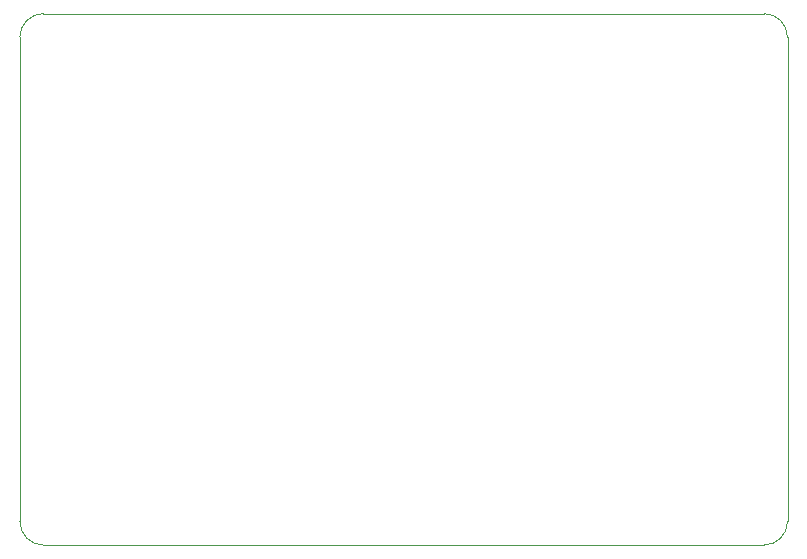
<source format=gbr>
%TF.GenerationSoftware,KiCad,Pcbnew,7.0.10*%
%TF.CreationDate,2024-04-03T10:39:24+02:00*%
%TF.ProjectId,Humi,48756d69-2e6b-4696-9361-645f70636258,rev?*%
%TF.SameCoordinates,Original*%
%TF.FileFunction,Profile,NP*%
%FSLAX46Y46*%
G04 Gerber Fmt 4.6, Leading zero omitted, Abs format (unit mm)*
G04 Created by KiCad (PCBNEW 7.0.10) date 2024-04-03 10:39:24*
%MOMM*%
%LPD*%
G01*
G04 APERTURE LIST*
%TA.AperFunction,Profile*%
%ADD10C,0.100000*%
%TD*%
G04 APERTURE END LIST*
D10*
X116250000Y-74400000D02*
G75*
G03*
X114250000Y-76400000I0J-2000000D01*
G01*
X179250000Y-76400000D02*
G75*
G03*
X177250000Y-74400000I-2000000J0D01*
G01*
X179250000Y-76400000D02*
X179250000Y-117400000D01*
X177250000Y-119400000D02*
G75*
G03*
X179250000Y-117400000I0J2000000D01*
G01*
X177250000Y-74400000D02*
X116250000Y-74400000D01*
X114250000Y-117400000D02*
G75*
G03*
X116250000Y-119400000I2000000J0D01*
G01*
X114250000Y-76400000D02*
X114250000Y-117400000D01*
X116250000Y-119400000D02*
X177250000Y-119400000D01*
M02*

</source>
